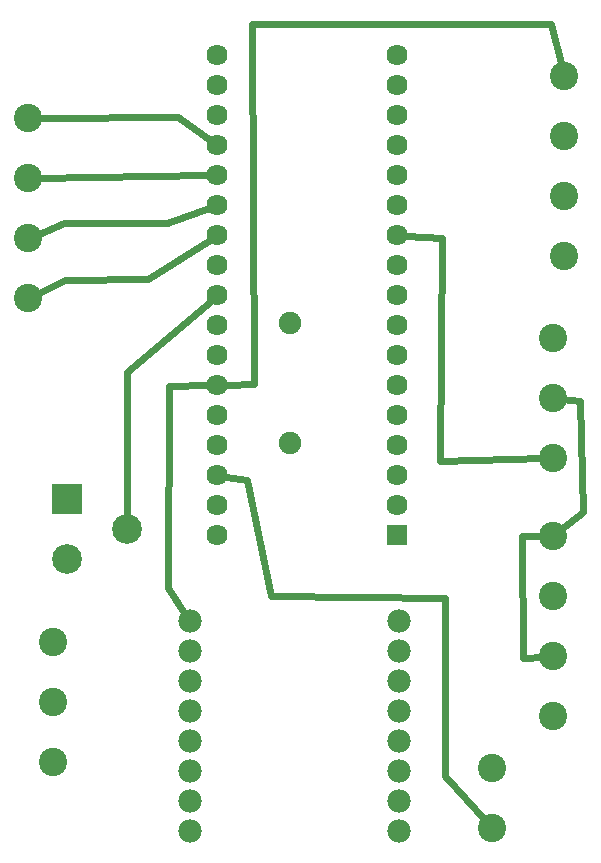
<source format=gbl>
G04 MADE WITH FRITZING*
G04 WWW.FRITZING.ORG*
G04 DOUBLE SIDED*
G04 HOLES PLATED*
G04 CONTOUR ON CENTER OF CONTOUR VECTOR*
%ASAXBY*%
%FSLAX23Y23*%
%MOIN*%
%OFA0B0*%
%SFA1.0B1.0*%
%ADD10C,0.094488*%
%ADD11C,0.075000*%
%ADD12C,0.077701*%
%ADD13C,0.070555*%
%ADD14C,0.070583*%
%ADD15C,0.099000*%
%ADD16R,0.070570X0.070542*%
%ADD17R,0.099000X0.099000*%
%ADD18C,0.024000*%
%LNCOPPER0*%
G90*
G70*
G54D10*
X239Y714D03*
X239Y514D03*
X239Y314D03*
X1906Y1066D03*
X1906Y866D03*
X1906Y666D03*
X1906Y466D03*
X1703Y294D03*
X1703Y94D03*
X1942Y2601D03*
X1942Y2401D03*
X1942Y2201D03*
X1942Y2001D03*
X157Y1859D03*
X157Y2059D03*
X157Y2259D03*
X157Y2459D03*
G54D11*
X1030Y1776D03*
X1030Y1376D03*
G54D12*
X694Y784D03*
X694Y684D03*
X694Y584D03*
X694Y484D03*
X694Y384D03*
X694Y284D03*
X694Y184D03*
X694Y84D03*
X1393Y784D03*
X1393Y684D03*
X1393Y584D03*
X1393Y484D03*
X1393Y384D03*
X1393Y284D03*
X1393Y184D03*
X1393Y84D03*
G54D13*
X1387Y1070D03*
X1387Y1170D03*
X1387Y1270D03*
X1387Y1370D03*
X1387Y1470D03*
X1387Y1570D03*
X1387Y1670D03*
X1387Y1770D03*
X1387Y1870D03*
G54D14*
X1387Y1970D03*
X1387Y2070D03*
X1387Y2170D03*
G54D13*
X1387Y2270D03*
X1387Y2370D03*
G54D14*
X1387Y2470D03*
X1387Y2570D03*
X1387Y2670D03*
G54D13*
X787Y1070D03*
X787Y1170D03*
X787Y1270D03*
X787Y1370D03*
X787Y1470D03*
X787Y1570D03*
X787Y1870D03*
G54D14*
X787Y1970D03*
G54D13*
X787Y1770D03*
X787Y1670D03*
G54D14*
X787Y2070D03*
X787Y2170D03*
G54D13*
X787Y2270D03*
X787Y2370D03*
G54D14*
X787Y2470D03*
X787Y2570D03*
X787Y2670D03*
G54D15*
X285Y989D03*
X285Y1189D03*
X485Y1089D03*
G54D10*
X1906Y1726D03*
X1906Y1526D03*
X1906Y1326D03*
G54D16*
X1387Y1070D03*
G54D17*
X285Y1189D03*
G54D18*
X621Y892D02*
X624Y1568D01*
D02*
X624Y1568D02*
X757Y1569D01*
D02*
X678Y808D02*
X621Y892D01*
D02*
X765Y1850D02*
X486Y1612D01*
D02*
X486Y1612D02*
X485Y1120D01*
D02*
X1546Y265D02*
X1545Y860D01*
D02*
X965Y868D02*
X886Y1252D01*
D02*
X1682Y117D02*
X1546Y265D01*
D02*
X886Y1252D02*
X816Y1264D01*
D02*
X1545Y860D02*
X965Y868D01*
D02*
X1997Y1516D02*
X2006Y1145D01*
D02*
X2006Y1145D02*
X1930Y1085D01*
D02*
X1937Y1523D02*
X1997Y1516D01*
D02*
X1802Y1065D02*
X1806Y661D01*
D02*
X1806Y661D02*
X1875Y664D01*
D02*
X1875Y1065D02*
X1802Y1065D01*
D02*
X1898Y2772D02*
X903Y2772D01*
D02*
X903Y2772D02*
X908Y1572D01*
D02*
X1935Y2631D02*
X1898Y2772D01*
D02*
X908Y1572D02*
X817Y1570D01*
D02*
X1535Y2060D02*
X1417Y2068D01*
D02*
X1528Y1317D02*
X1535Y2060D01*
D02*
X1876Y1326D02*
X1528Y1317D01*
D02*
X279Y1919D02*
X557Y1924D01*
D02*
X557Y1924D02*
X762Y2054D01*
D02*
X184Y1872D02*
X279Y1919D01*
D02*
X276Y2109D02*
X619Y2111D01*
D02*
X619Y2111D02*
X759Y2160D01*
D02*
X185Y2071D02*
X276Y2109D01*
D02*
X187Y2259D02*
X757Y2269D01*
D02*
X187Y2459D02*
X654Y2464D01*
D02*
X654Y2464D02*
X763Y2387D01*
G04 End of Copper0*
M02*
</source>
